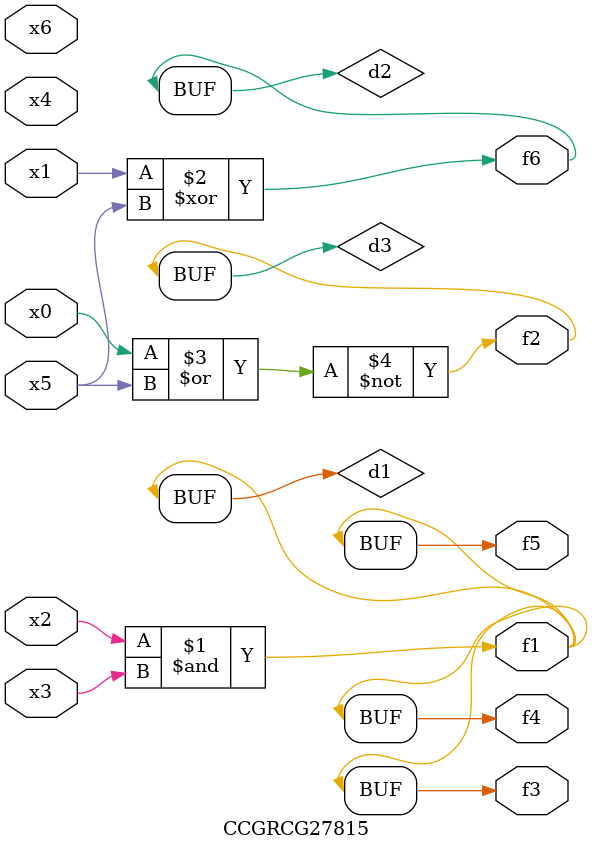
<source format=v>
module CCGRCG27815(
	input x0, x1, x2, x3, x4, x5, x6,
	output f1, f2, f3, f4, f5, f6
);

	wire d1, d2, d3;

	and (d1, x2, x3);
	xor (d2, x1, x5);
	nor (d3, x0, x5);
	assign f1 = d1;
	assign f2 = d3;
	assign f3 = d1;
	assign f4 = d1;
	assign f5 = d1;
	assign f6 = d2;
endmodule

</source>
